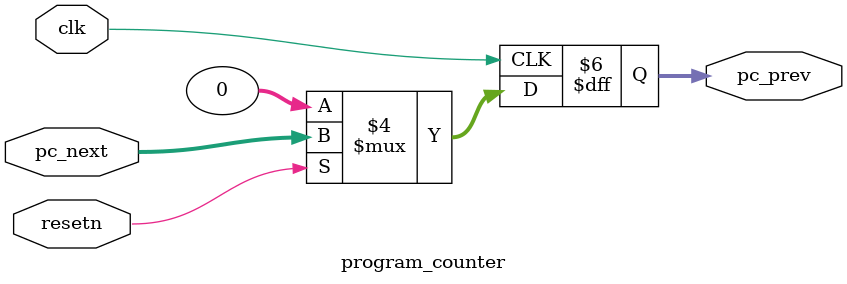
<source format=sv>
module program_counter (
    input clk,
    input resetn,
    input [31:0] pc_next,
    output logic [31:0] pc_prev
);

    always @(posedge clk) begin
        if (!resetn) begin
            pc_prev <= 32'h0;
        end else begin
            pc_prev <= pc_next;
        end
    end
    
endmodule
</source>
